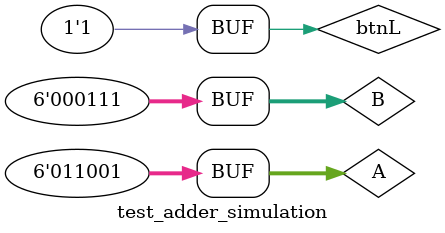
<source format=v>
`timescale 1ns / 1ps


module test_adder_simulation(

    );
    
    //Simulation Inputs
    reg [5:0]A, B;
    reg btnL;
    
    //Simulation Outputs
    wire [5:0] S;
    wire [1:0] T;
    wire [3:0] an;
    wire [6:0] seg;
    
    //Instantiate module to be simulated
    
    gradedlab2_adder dut(A, B, btnL, S, T, an, seg);
    
    //Stimuli
    
    initial begin
        A = 6'b100111; B = 6'b010101; btnL = 1'b0; #100;
        A = 6'b111111; B = 6'b111111; btnL = 1'b0; #100;
        A = 6'b011001; B = 6'b000111; btnL = 1'b0; #100;
        A = 6'b100111; B = 6'b010101; btnL = 1'b1; #100;
        A = 6'b111111; B = 6'b111111; btnL = 1'b1; #100;
        A = 6'b011001; B = 6'b000111; btnL = 1'b1; #100;
    end
    
endmodule

</source>
